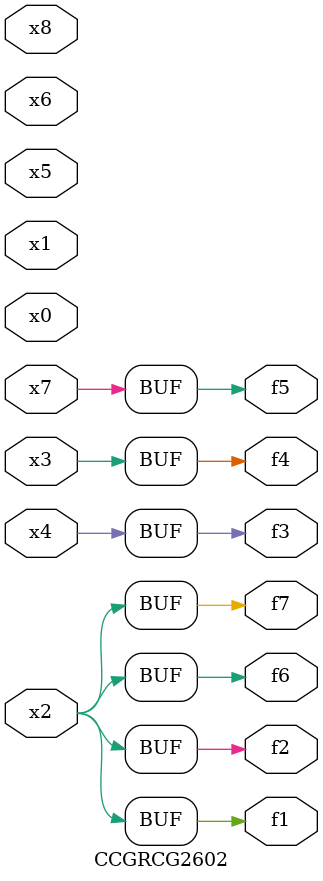
<source format=v>
module CCGRCG2602(
	input x0, x1, x2, x3, x4, x5, x6, x7, x8,
	output f1, f2, f3, f4, f5, f6, f7
);
	assign f1 = x2;
	assign f2 = x2;
	assign f3 = x4;
	assign f4 = x3;
	assign f5 = x7;
	assign f6 = x2;
	assign f7 = x2;
endmodule

</source>
